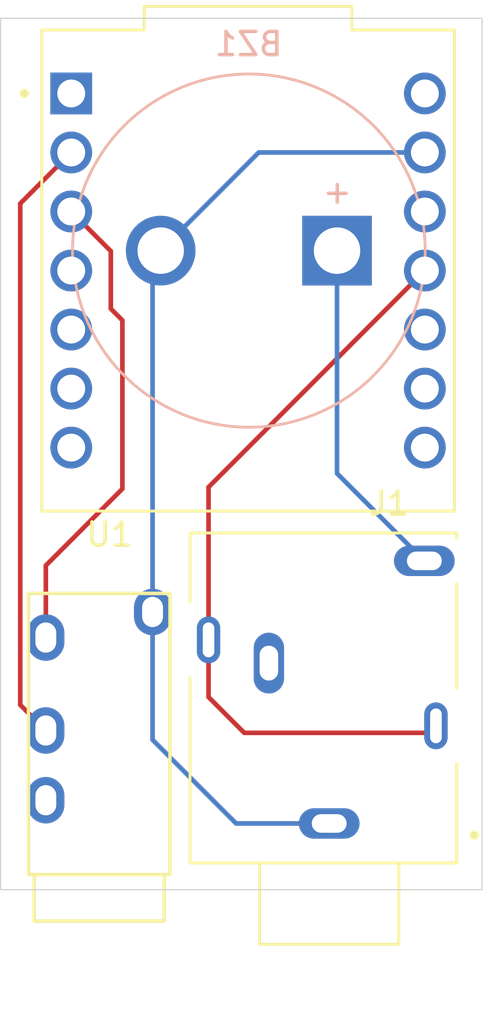
<source format=kicad_pcb>
(kicad_pcb (version 20241229) (generator "pcbnew") (generator_version "9.0")
  (layers (0 "F.Cu" signal) (2 "B.Cu" signal) (13 "F.Paste" user) (15 "B.Paste" user) (5 "F.SilkS" user "F.Silkscreen") (7 "B.SilkS" user "B.Silkscreen") (1 "F.Mask" user) (3 "B.Mask" user) (25 "Edge.Cuts" user))
  (net 0 "")
  (net 1 "Net-(BZ1-+)")
  (net 2 "GND")
  (net 3 "unconnected-(J1-Pad3)")
  (net 4 "Net-(U1-A10{slash}D10{slash}MOSI)")
  (net 12 "Net-(U1-A2{slash}D2)")
  (net 15 "Net-(U1-A1{slash}D1)")
  (footprint "Audio_Module:TRRS-PJ-320A" (layer "F.Cu") (at 118.5 119.85 180)
    (property "Reference" "U2")
    (property "Value" "PJ-320A")
    (fp_line (start 3.05 12.1) (end -3.05 12.1) (stroke (width 0.15)) (layer "F.SilkS"))
    (fp_line (start 3.05 0) (end 3.05 12.1) (stroke (width 0.15)) (layer "F.SilkS"))
    (fp_line (start 3.05 0) (end -3.05 0) (stroke (width 0.15)) (layer "F.SilkS"))
    (fp_line (start 2.8 0) (end 2.8 -2) (stroke (width 0.15)) (layer "F.SilkS"))
    (fp_line (start 2.8 -2) (end -2.8 -2) (stroke (width 0.15)) (layer "F.SilkS"))
    (fp_line (start -2.8 0) (end -2.8 -2) (stroke (width 0.15)) (layer "F.SilkS"))
    (fp_line (start -3.05 0) (end -3.05 12.1) (stroke (width 0.15)) (layer "F.SilkS"))
    (pad "" np_thru_hole circle (at 0 1.6 180) (size 0.8 0.8) (drill 0.8) (layers "*.Cu" "*.Mask"))
    (pad "" np_thru_hole circle (at 0 8.6 180) (size 0.8 0.8) (drill 0.8) (layers "*.Cu" "*.Mask"))
    (pad "1" thru_hole oval (at -2.3 11.3 180) (size 1.6 2) (drill oval 0.9 1.3) (layers "*.Cu" "*.Mask") (net 2 "GND"))
    (pad "2" thru_hole oval (at 2.3 10.2 180) (size 1.6 2) (drill oval 0.9 1.3) (layers "*.Cu" "*.Mask") (net 12 "Net-(U1-A2{slash}D2)"))
    (pad "3" thru_hole oval (at 2.3 6.2 180) (size 1.6 2) (drill oval 0.9 1.3) (layers "*.Cu" "*.Mask") (net 15 "Net-(U1-A1{slash}D1)"))
    (pad "4" thru_hole oval (at 2.3 3.2 180) (size 1.6 2) (drill oval 0.9 1.3) (layers "*.Cu" "*.Mask"))
  )
  (footprint "Audio_Module:WENZHOU_PJ324M" (layer "F.Cu") (at 128.4125 112.25 180)
    (property "Reference" "J1" (at -2.575 8.365 0) (layer "F.SilkS"))
    (property "Value" "PJ324M")
    (fp_line (start 6 7.1) (end 6 4.128) (stroke (width 0.127)) (layer "F.SilkS"))
    (fp_line (start 6 7.1) (end -5.5 7.1) (stroke (width 0.127)) (layer "F.SilkS"))
    (fp_line (start 6 -7.1) (end 6 0.872) (stroke (width 0.127)) (layer "F.SilkS"))
    (fp_line (start 3 -7.1) (end 6 -7.1) (stroke (width 0.127)) (layer "F.SilkS"))
    (fp_line (start 3 -7.1) (end 3 -10.6) (stroke (width 0.127)) (layer "F.SilkS"))
    (fp_line (start 3 -10.6) (end -3 -10.6) (stroke (width 0.127)) (layer "F.SilkS"))
    (fp_line (start -3 -7.1) (end 3 -7.1) (stroke (width 0.127)) (layer "F.SilkS"))
    (fp_line (start -3 -10.6) (end -3 -7.1) (stroke (width 0.127)) (layer "F.SilkS"))
    (fp_line (start -5.5 7.1) (end -5.5 6.874) (stroke (width 0.127)) (layer "F.SilkS"))
    (fp_line (start -5.5 0.428) (end -5.5 4.926) (stroke (width 0.127)) (layer "F.SilkS"))
    (fp_line (start -5.5 -2.828) (end -5.5 -7.1) (stroke (width 0.127)) (layer "F.SilkS"))
    (fp_line (start -5.5 -7.1) (end -3 -7.1) (stroke (width 0.127)) (layer "F.SilkS"))
    (fp_circle (center -6.25 -5.9) (end -6.15 -5.9) (stroke (width 0.2)) (fill no) (layer "F.SilkS"))
    (pad "1" thru_hole oval (at 0 -5.4 180) (size 2.616 1.308) (drill oval 1.5 0.8) (layers "*.Cu" "*.Mask") (net 2 "GND"))
    (pad "2" thru_hole oval (at 5.2 2.5 180) (size 1.008 2.016) (drill oval 0.5 1.5) (layers "*.Cu" "*.Mask") (net 4 "Net-(U1-A10{slash}D10{slash}MOSI)"))
    (pad "3" thru_hole oval (at 2.6 1.5 180) (size 1.308 2.616) (drill oval 0.8 1.5) (layers "*.Cu" "*.Mask") (net 3 "unconnected-(J1-Pad3)"))
    (pad "4" thru_hole oval (at -4.1 5.9 180) (size 2.616 1.308) (drill oval 1.5 0.8) (layers "*.Cu" "*.Mask") (net 1 "Net-(BZ1-+)"))
    (pad "5" thru_hole oval (at -4.6 -1.2 180) (size 1.008 2.016) (drill oval 0.5 1.5) (layers "*.Cu" "*.Mask") (net 4 "Net-(U1-A10{slash}D10{slash}MOSI)"))
  )
  (footprint "Module:MODULE_ADAFRUIT_QT_PY" (layer "F.Cu") (at 124.915 93.8565)
    (property "Reference" "U1" (at -5.965 11.3636 0) (layer "F.SilkS"))
    (property "Value" "ADAFRUIT_QT_PY")
    (fp_line (start -8.89 -10.3505) (end -8.89 10.3505) (stroke (width 0.127)) (layer "F.SilkS"))
    (fp_line (start -8.89 10.3505) (end 8.89 10.3505) (stroke (width 0.127)) (layer "F.SilkS"))
    (fp_line (start -4.47 -11.3665) (end 4.47 -11.3665) (stroke (width 0.127)) (layer "F.SilkS"))
    (fp_line (start -4.47 -10.3505) (end -8.89 -10.3505) (stroke (width 0.127)) (layer "F.SilkS"))
    (fp_line (start -4.47 -10.3505) (end -4.47 -11.3665) (stroke (width 0.127)) (layer "F.SilkS"))
    (fp_line (start 4.47 -11.3665) (end 4.47 -10.3505) (stroke (width 0.127)) (layer "F.SilkS"))
    (fp_line (start 8.89 -10.3505) (end 4.47 -10.3505) (stroke (width 0.127)) (layer "F.SilkS"))
    (fp_line (start 8.89 10.3505) (end 8.89 -10.3505) (stroke (width 0.127)) (layer "F.SilkS"))
    (fp_circle (center -9.64 -7.62) (end -9.54 -7.62) (stroke (width 0.2)) (fill no) (layer "F.SilkS"))
    (pad "1" thru_hole rect (at -7.62 -7.62) (size 1.8 1.8) (drill 1.2) (layers "*.Cu" "*.Mask"))
    (pad "2" thru_hole circle (at -7.62 -5.08) (size 1.8 1.8) (drill 1.2) (layers "*.Cu" "*.Mask") (net 15 "Net-(U1-A1{slash}D1)"))
    (pad "3" thru_hole circle (at -7.62 -2.54) (size 1.8 1.8) (drill 1.2) (layers "*.Cu" "*.Mask") (net 12 "Net-(U1-A2{slash}D2)"))
    (pad "4" thru_hole circle (at -7.62 0) (size 1.8 1.8) (drill 1.2) (layers "*.Cu" "*.Mask"))
    (pad "5" thru_hole circle (at -7.62 2.54) (size 1.8 1.8) (drill 1.2) (layers "*.Cu" "*.Mask"))
    (pad "6" thru_hole circle (at -7.62 5.08) (size 1.8 1.8) (drill 1.2) (layers "*.Cu" "*.Mask"))
    (pad "7" thru_hole circle (at -7.62 7.62) (size 1.8 1.8) (drill 1.2) (layers "*.Cu" "*.Mask"))
    (pad "8" thru_hole circle (at 7.62 7.62) (size 1.8 1.8) (drill 1.2) (layers "*.Cu" "*.Mask"))
    (pad "9" thru_hole circle (at 7.62 5.08) (size 1.8 1.8) (drill 1.2) (layers "*.Cu" "*.Mask"))
    (pad "10" thru_hole circle (at 7.62 2.54) (size 1.8 1.8) (drill 1.2) (layers "*.Cu" "*.Mask"))
    (pad "11" thru_hole circle (at 7.62 0) (size 1.8 1.8) (drill 1.2) (layers "*.Cu" "*.Mask") (net 4 "Net-(U1-A10{slash}D10{slash}MOSI)"))
    (pad "12" thru_hole circle (at 7.62 -2.54) (size 1.8 1.8) (drill 1.2) (layers "*.Cu" "*.Mask"))
    (pad "13" thru_hole circle (at 7.62 -5.08) (size 1.8 1.8) (drill 1.2) (layers "*.Cu" "*.Mask") (net 2 "GND"))
    (pad "14" thru_hole circle (at 7.62 -7.62) (size 1.8 1.8) (drill 1.2) (layers "*.Cu" "*.Mask"))
  )
  (footprint "Buzzer_Beeper:Buzzer_15x7.5RM7.6" (layer "B.Cu") (at 128.75 93 180)
    (property "Reference" "BZ1" (at 3.81 8.89 0) (layer "B.SilkS") (effects (justify mirror)))
    (property "Value" "Buzzer")
    (fp_circle (center 3.8 0) (end 11.4 0) (stroke (width 0.12)) (fill no) (layer "B.SilkS"))
    (fp_text user "+" (at -0.01 2.54 0) (layer "B.SilkS") (effects (justify mirror)))
    (pad "1" thru_hole rect (at 0 0 180) (size 3 3) (drill 2) (layers "*.Cu" "*.Mask") (net 1 "Net-(BZ1-+)"))
    (pad "2" thru_hole circle (at 7.6 0 180) (size 3 3) (drill 2) (layers "*.Cu" "*.Mask") (net 2 "GND"))
  )
  (gr_rect (start 114.25 83) (end 135 120.5) (stroke (width 0.05)) (fill no) (layer "Edge.Cuts"))
  (segment (start 128.75 93) (end 128.75 102.5875) (width 0.2) (layer "B.Cu") (net 1))
  (segment (start 128.75 102.5875) (end 132.5125 106.35) (width 0.2) (layer "B.Cu") (net 1))
  (segment (start 120.8 93.35) (end 121.15 93) (width 0.2) (layer "F.Cu") (net 2))
  (segment (start 121.35 108) (end 120.8 108.55) (width 0.2) (layer "F.Cu") (net 2))
  (segment (start 128.75 117.3125) (end 128.4125 117.65) (width 0.2) (layer "F.Cu") (net 2))
  (segment (start 120.8 114.05) (end 124.4 117.65) (width 0.2) (layer "B.Cu") (net 2))
  (segment (start 120.8 108.55) (end 120.8 114.05) (width 0.2) (layer "B.Cu") (net 2))
  (segment (start 124.4 117.65) (end 128.4125 117.65) (width 0.2) (layer "B.Cu") (net 2))
  (segment (start 120.8 93.35) (end 121.15 93) (width 0.2) (layer "B.Cu") (net 2))
  (segment (start 120.8 108.55) (end 120.8 93.35) (width 0.2) (layer "B.Cu") (net 2))
  (segment (start 125.3735 88.7765) (end 121.15 93) (width 0.2) (layer "B.Cu") (net 2))
  (segment (start 132.535 88.7765) (end 125.3735 88.7765) (width 0.2) (layer "B.Cu") (net 2))
  (segment (start 125.8125 110.75) (end 125.8125 110.55) (width 0.2) (layer "F.Cu") (net 3))
  (segment (start 123.2125 112.2125) (end 123.2125 109.75) (width 0.2) (layer "F.Cu") (net 4))
  (segment (start 132.7125 113.75) (end 124.75 113.75) (width 0.2) (layer "F.Cu") (net 4))
  (segment (start 124.75 113.75) (end 123.2125 112.2125) (width 0.2) (layer "F.Cu") (net 4))
  (segment (start 132.535 93.8565) (end 123.2125 103.179) (width 0.2) (layer "F.Cu") (net 4))
  (segment (start 133.0125 113.45) (end 132.7125 113.75) (width 0.2) (layer "F.Cu") (net 4))
  (segment (start 123.2125 103.179) (end 123.2125 109.75) (width 0.2) (layer "F.Cu") (net 4))
  (segment (start 119 95.5) (end 119 93.0215) (width 0.2) (layer "F.Cu") (net 12))
  (segment (start 119 93.0215) (end 117.295 91.3165) (width 0.2) (layer "F.Cu") (net 12))
  (segment (start 119.5 96) (end 119 95.5) (width 0.2) (layer "F.Cu") (net 12))
  (segment (start 116.2 106.55) (end 119.5 103.25) (width 0.2) (layer "F.Cu") (net 12))
  (segment (start 116.2 109.65) (end 116.2 106.55) (width 0.2) (layer "F.Cu") (net 12))
  (segment (start 119.5 103.25) (end 119.5 96) (width 0.2) (layer "F.Cu") (net 12))
  (segment (start 115.099 112.549) (end 115.099 90.9725) (width 0.2) (layer "F.Cu") (net 15))
  (segment (start 115.099 90.9725) (end 117.295 88.7765) (width 0.2) (layer "F.Cu") (net 15))
  (segment (start 116.2 113.65) (end 115.099 112.549) (width 0.2) (layer "F.Cu") (net 15))
)
</source>
